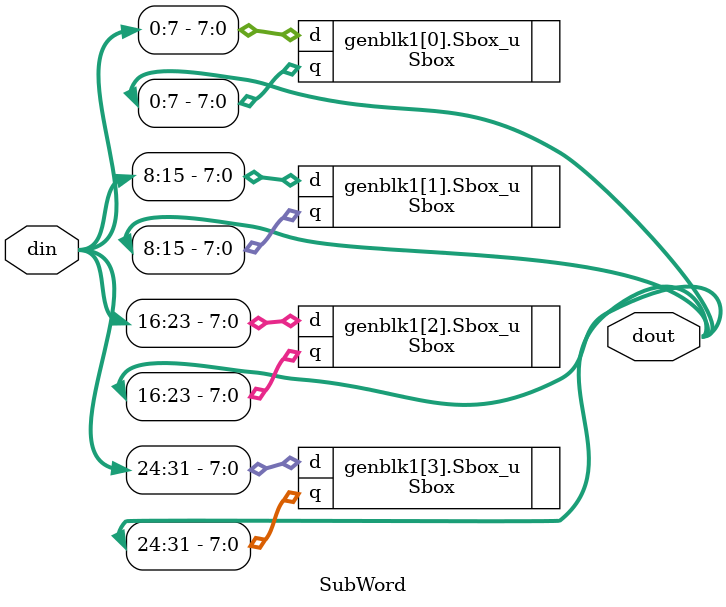
<source format=sv>
module SubWord(
	input	[0:31]	din,
	output	[0:31]	dout);
	
	genvar j;
	generate
		for (j=0; j<=3; j++)	Sbox Sbox_u(.d(din[(8*j)+:8]), .q(dout[(8*j)+:8]));
	endgenerate
endmodule

</source>
